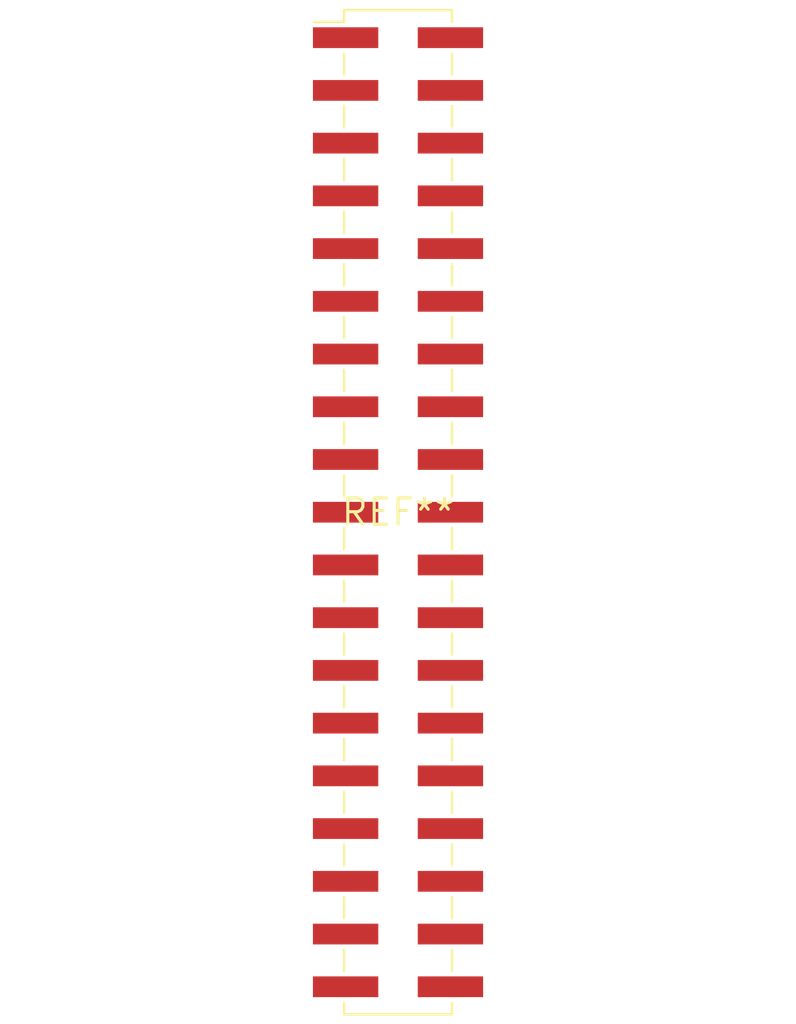
<source format=kicad_pcb>
(kicad_pcb (version 20240108) (generator pcbnew)
  (layers (0 "F.Cu" signal) (31 "B.Cu" signal) (34 "B.Paste" user) (35 "F.Paste" user) (36 "B.SilkS" user "B.Silkscreen") (37 "F.SilkS" user "F.Silkscreen") (38 "B.Mask" user) (39 "F.Mask" user) (44 "Edge.Cuts" user))
  (net 0 "")
  (footprint "PinHeader_2x19_P2.54mm_Vertical_SMD" (layer "F.Cu") (at 0 0)
    (property "Reference" "REF**")
    (property "Value" "PinHeader_2x19_P2.54mm_Vertical_SMD")
    (fp_line (start -4.04 -23.62) (end -2.6 -23.62) (layer "F.SilkS") (stroke (width 0.12)))
    (fp_line (start -2.6 -24.19) (end -2.6 -23.62) (layer "F.SilkS") (stroke (width 0.12)))
    (fp_line (start -2.6 -24.19) (end 2.6 -24.19) (layer "F.SilkS") (stroke (width 0.12)))
    (fp_line (start -2.6 -22.1) (end -2.6 -21.08) (layer "F.SilkS") (stroke (width 0.12)))
    (fp_line (start -2.6 -19.56) (end -2.6 -18.54) (layer "F.SilkS") (stroke (width 0.12)))
    (fp_line (start -2.6 -17.02) (end -2.6 -16) (layer "F.SilkS") (stroke (width 0.12)))
    (fp_line (start -2.6 -14.48) (end -2.6 -13.46) (layer "F.SilkS") (stroke (width 0.12)))
    (fp_line (start -2.6 -11.94) (end -2.6 -10.92) (layer "F.SilkS") (stroke (width 0.12)))
    (fp_line (start -2.6 -9.4) (end -2.6 -8.38) (layer "F.SilkS") (stroke (width 0.12)))
    (fp_line (start -2.6 -6.86) (end -2.6 -5.84) (layer "F.SilkS") (stroke (width 0.12)))
    (fp_line (start -2.6 -4.32) (end -2.6 -3.3) (layer "F.SilkS") (stroke (width 0.12)))
    (fp_line (start -2.6 -1.78) (end -2.6 -0.76) (layer "F.SilkS") (stroke (width 0.12)))
    (fp_line (start -2.6 0.76) (end -2.6 1.78) (layer "F.SilkS") (stroke (width 0.12)))
    (fp_line (start -2.6 3.3) (end -2.6 4.32) (layer "F.SilkS") (stroke (width 0.12)))
    (fp_line (start -2.6 5.84) (end -2.6 6.86) (layer "F.SilkS") (stroke (width 0.12)))
    (fp_line (start -2.6 8.38) (end -2.6 9.4) (layer "F.SilkS") (stroke (width 0.12)))
    (fp_line (start -2.6 10.92) (end -2.6 11.94) (layer "F.SilkS") (stroke (width 0.12)))
    (fp_line (start -2.6 13.46) (end -2.6 14.48) (layer "F.SilkS") (stroke (width 0.12)))
    (fp_line (start -2.6 16) (end -2.6 17.02) (layer "F.SilkS") (stroke (width 0.12)))
    (fp_line (start -2.6 18.54) (end -2.6 19.56) (layer "F.SilkS") (stroke (width 0.12)))
    (fp_line (start -2.6 21.08) (end -2.6 22.1) (layer "F.SilkS") (stroke (width 0.12)))
    (fp_line (start -2.6 23.62) (end -2.6 24.19) (layer "F.SilkS") (stroke (width 0.12)))
    (fp_line (start -2.6 24.19) (end 2.6 24.19) (layer "F.SilkS") (stroke (width 0.12)))
    (fp_line (start 2.6 -24.19) (end 2.6 -23.62) (layer "F.SilkS") (stroke (width 0.12)))
    (fp_line (start 2.6 -22.1) (end 2.6 -21.08) (layer "F.SilkS") (stroke (width 0.12)))
    (fp_line (start 2.6 -19.56) (end 2.6 -18.54) (layer "F.SilkS") (stroke (width 0.12)))
    (fp_line (start 2.6 -17.02) (end 2.6 -16) (layer "F.SilkS") (stroke (width 0.12)))
    (fp_line (start 2.6 -14.48) (end 2.6 -13.46) (layer "F.SilkS") (stroke (width 0.12)))
    (fp_line (start 2.6 -11.94) (end 2.6 -10.92) (layer "F.SilkS") (stroke (width 0.12)))
    (fp_line (start 2.6 -9.4) (end 2.6 -8.38) (layer "F.SilkS") (stroke (width 0.12)))
    (fp_line (start 2.6 -6.86) (end 2.6 -5.84) (layer "F.SilkS") (stroke (width 0.12)))
    (fp_line (start 2.6 -4.32) (end 2.6 -3.3) (layer "F.SilkS") (stroke (width 0.12)))
    (fp_line (start 2.6 -1.78) (end 2.6 -0.76) (layer "F.SilkS") (stroke (width 0.12)))
    (fp_line (start 2.6 0.76) (end 2.6 1.78) (layer "F.SilkS") (stroke (width 0.12)))
    (fp_line (start 2.6 3.3) (end 2.6 4.32) (layer "F.SilkS") (stroke (width 0.12)))
    (fp_line (start 2.6 5.84) (end 2.6 6.86) (layer "F.SilkS") (stroke (width 0.12)))
    (fp_line (start 2.6 8.38) (end 2.6 9.4) (layer "F.SilkS") (stroke (width 0.12)))
    (fp_line (start 2.6 10.92) (end 2.6 11.94) (layer "F.SilkS") (stroke (width 0.12)))
    (fp_line (start 2.6 13.46) (end 2.6 14.48) (layer "F.SilkS") (stroke (width 0.12)))
    (fp_line (start 2.6 16) (end 2.6 17.02) (layer "F.SilkS") (stroke (width 0.12)))
    (fp_line (start 2.6 18.54) (end 2.6 19.56) (layer "F.SilkS") (stroke (width 0.12)))
    (fp_line (start 2.6 21.08) (end 2.6 22.1) (layer "F.SilkS") (stroke (width 0.12)))
    (fp_line (start 2.6 23.62) (end 2.6 24.19) (layer "F.SilkS") (stroke (width 0.12)))
    (pad "1" smd rect (at -2.525 -22.86) (size 3.15 1) (layers "F.Cu" "F.Paste" "F.Mask"))
    (pad "2" smd rect (at 2.525 -22.86) (size 3.15 1) (layers "F.Cu" "F.Paste" "F.Mask"))
    (pad "3" smd rect (at -2.525 -20.32) (size 3.15 1) (layers "F.Cu" "F.Paste" "F.Mask"))
    (pad "4" smd rect (at 2.525 -20.32) (size 3.15 1) (layers "F.Cu" "F.Paste" "F.Mask"))
    (pad "5" smd rect (at -2.525 -17.78) (size 3.15 1) (layers "F.Cu" "F.Paste" "F.Mask"))
    (pad "6" smd rect (at 2.525 -17.78) (size 3.15 1) (layers "F.Cu" "F.Paste" "F.Mask"))
    (pad "7" smd rect (at -2.525 -15.24) (size 3.15 1) (layers "F.Cu" "F.Paste" "F.Mask"))
    (pad "8" smd rect (at 2.525 -15.24) (size 3.15 1) (layers "F.Cu" "F.Paste" "F.Mask"))
    (pad "9" smd rect (at -2.525 -12.7) (size 3.15 1) (layers "F.Cu" "F.Paste" "F.Mask"))
    (pad "10" smd rect (at 2.525 -12.7) (size 3.15 1) (layers "F.Cu" "F.Paste" "F.Mask"))
    (pad "11" smd rect (at -2.525 -10.16) (size 3.15 1) (layers "F.Cu" "F.Paste" "F.Mask"))
    (pad "12" smd rect (at 2.525 -10.16) (size 3.15 1) (layers "F.Cu" "F.Paste" "F.Mask"))
    (pad "13" smd rect (at -2.525 -7.62) (size 3.15 1) (layers "F.Cu" "F.Paste" "F.Mask"))
    (pad "14" smd rect (at 2.525 -7.62) (size 3.15 1) (layers "F.Cu" "F.Paste" "F.Mask"))
    (pad "15" smd rect (at -2.525 -5.08) (size 3.15 1) (layers "F.Cu" "F.Paste" "F.Mask"))
    (pad "16" smd rect (at 2.525 -5.08) (size 3.15 1) (layers "F.Cu" "F.Paste" "F.Mask"))
    (pad "17" smd rect (at -2.525 -2.54) (size 3.15 1) (layers "F.Cu" "F.Paste" "F.Mask"))
    (pad "18" smd rect (at 2.525 -2.54) (size 3.15 1) (layers "F.Cu" "F.Paste" "F.Mask"))
    (pad "19" smd rect (at -2.525 0) (size 3.15 1) (layers "F.Cu" "F.Paste" "F.Mask"))
    (pad "20" smd rect (at 2.525 0) (size 3.15 1) (layers "F.Cu" "F.Paste" "F.Mask"))
    (pad "21" smd rect (at -2.525 2.54) (size 3.15 1) (layers "F.Cu" "F.Paste" "F.Mask"))
    (pad "22" smd rect (at 2.525 2.54) (size 3.15 1) (layers "F.Cu" "F.Paste" "F.Mask"))
    (pad "23" smd rect (at -2.525 5.08) (size 3.15 1) (layers "F.Cu" "F.Paste" "F.Mask"))
    (pad "24" smd rect (at 2.525 5.08) (size 3.15 1) (layers "F.Cu" "F.Paste" "F.Mask"))
    (pad "25" smd rect (at -2.525 7.62) (size 3.15 1) (layers "F.Cu" "F.Paste" "F.Mask"))
    (pad "26" smd rect (at 2.525 7.62) (size 3.15 1) (layers "F.Cu" "F.Paste" "F.Mask"))
    (pad "27" smd rect (at -2.525 10.16) (size 3.15 1) (layers "F.Cu" "F.Paste" "F.Mask"))
    (pad "28" smd rect (at 2.525 10.16) (size 3.15 1) (layers "F.Cu" "F.Paste" "F.Mask"))
    (pad "29" smd rect (at -2.525 12.7) (size 3.15 1) (layers "F.Cu" "F.Paste" "F.Mask"))
    (pad "30" smd rect (at 2.525 12.7) (size 3.15 1) (layers "F.Cu" "F.Paste" "F.Mask"))
    (pad "31" smd rect (at -2.525 15.24) (size 3.15 1) (layers "F.Cu" "F.Paste" "F.Mask"))
    (pad "32" smd rect (at 2.525 15.24) (size 3.15 1) (layers "F.Cu" "F.Paste" "F.Mask"))
    (pad "33" smd rect (at -2.525 17.78) (size 3.15 1) (layers "F.Cu" "F.Paste" "F.Mask"))
    (pad "34" smd rect (at 2.525 17.78) (size 3.15 1) (layers "F.Cu" "F.Paste" "F.Mask"))
    (pad "35" smd rect (at -2.525 20.32) (size 3.15 1) (layers "F.Cu" "F.Paste" "F.Mask"))
    (pad "36" smd rect (at 2.525 20.32) (size 3.15 1) (layers "F.Cu" "F.Paste" "F.Mask"))
    (pad "37" smd rect (at -2.525 22.86) (size 3.15 1) (layers "F.Cu" "F.Paste" "F.Mask"))
    (pad "38" smd rect (at 2.525 22.86) (size 3.15 1) (layers "F.Cu" "F.Paste" "F.Mask"))
  )
)
</source>
